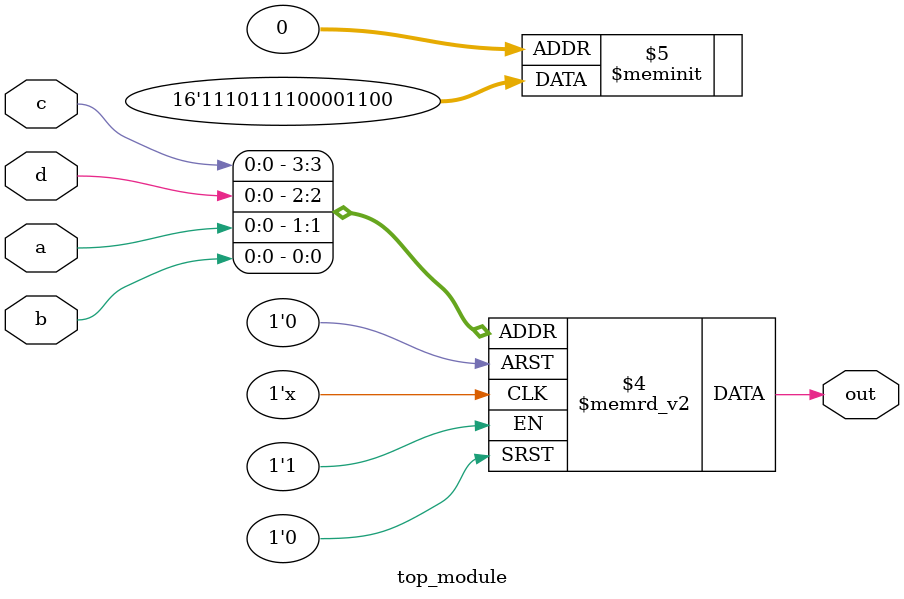
<source format=sv>
module top_module (
	input a, 
	input b,
	input c,
	input d,
	output reg out
);

always @(*) begin
	case ({c, d, a, b})
	4'b0000: out = 1'b0; // (00, 00)
	4'b0001: out = 1'b0; // (00, 01)
	4'b0010: out = 1'b1; // (00, 10)
	4'b0011: out = 1'b1; // (00, 11)
	4'b0100: out = 1'b0; // (01, 00)
	4'b0101: out = 1'b0; // (01, 01)
	4'b0110: out = 1'b0; // don't-care treated as 0 (01, 10)
	4'b0111: out = 1'b0; // don't-care treated as 0 (01, 11)
	4'b1000: out = 1'b1; // (10, 00)
	4'b1001: out = 1'b1; // (10, 01)
	4'b1010: out = 1'b1; // (10, 10)
	4'b1011: out = 1'b1; // (10, 11)
	4'b1100: out = 1'b0; // (11, 00)
	4'b1101: out = 1'b1; // (11, 01)
	4'b1110: out = 1'b1; // (11, 10)
	4'b1111: out = 1'b1; // (11, 11)
	default: out = 1'b0;
	endcase
end

endmodule

</source>
